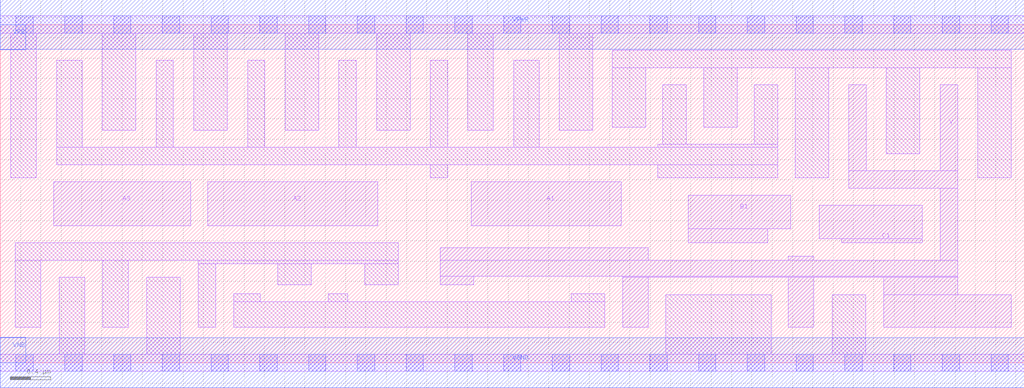
<source format=lef>
# Copyright 2020 The SkyWater PDK Authors
#
# Licensed under the Apache License, Version 2.0 (the "License");
# you may not use this file except in compliance with the License.
# You may obtain a copy of the License at
#
#     https://www.apache.org/licenses/LICENSE-2.0
#
# Unless required by applicable law or agreed to in writing, software
# distributed under the License is distributed on an "AS IS" BASIS,
# WITHOUT WARRANTIES OR CONDITIONS OF ANY KIND, either express or implied.
# See the License for the specific language governing permissions and
# limitations under the License.
#
# SPDX-License-Identifier: Apache-2.0

VERSION 5.5 ;
NAMESCASESENSITIVE ON ;
BUSBITCHARS "[]" ;
DIVIDERCHAR "/" ;
MACRO sky130_fd_sc_ms__a311oi_4
  CLASS CORE ;
  SOURCE USER ;
  ORIGIN  0.000000  0.000000 ;
  SIZE  10.08000 BY  3.330000 ;
  SYMMETRY X Y ;
  SITE unit ;
  PIN A1
    ANTENNAGATEAREA  1.116000 ;
    DIRECTION INPUT ;
    USE SIGNAL ;
    PORT
      LAYER li1 ;
        RECT 4.635000 1.350000 6.115000 1.780000 ;
    END
  END A1
  PIN A2
    ANTENNAGATEAREA  1.116000 ;
    DIRECTION INPUT ;
    USE SIGNAL ;
    PORT
      LAYER li1 ;
        RECT 2.045000 1.350000 3.715000 1.780000 ;
    END
  END A2
  PIN A3
    ANTENNAGATEAREA  1.116000 ;
    DIRECTION INPUT ;
    USE SIGNAL ;
    PORT
      LAYER li1 ;
        RECT 0.525000 1.350000 1.875000 1.780000 ;
    END
  END A3
  PIN B1
    ANTENNAGATEAREA  0.894000 ;
    DIRECTION INPUT ;
    USE SIGNAL ;
    PORT
      LAYER li1 ;
        RECT 6.775000 1.180000 7.555000 1.320000 ;
        RECT 6.775000 1.320000 7.785000 1.650000 ;
    END
  END B1
  PIN C1
    ANTENNAGATEAREA  0.894000 ;
    DIRECTION INPUT ;
    USE SIGNAL ;
    PORT
      LAYER li1 ;
        RECT 8.065000 1.220000 9.075000 1.550000 ;
        RECT 8.285000 1.180000 9.075000 1.220000 ;
    END
  END C1
  PIN Y
    ANTENNADIFFAREA  1.700600 ;
    DIRECTION OUTPUT ;
    USE SIGNAL ;
    PORT
      LAYER li1 ;
        RECT 4.330000 0.770000 4.660000 0.850000 ;
        RECT 4.330000 0.850000 9.425000 1.010000 ;
        RECT 4.330000 1.010000 6.380000 1.130000 ;
        RECT 6.130000 0.350000 6.380000 0.840000 ;
        RECT 6.130000 0.840000 9.425000 0.850000 ;
        RECT 7.760000 0.350000 8.010000 0.840000 ;
        RECT 7.760000 1.010000 8.010000 1.050000 ;
        RECT 8.355000 1.720000 9.425000 1.890000 ;
        RECT 8.355000 1.890000 8.525000 2.735000 ;
        RECT 8.700000 0.350000 9.955000 0.670000 ;
        RECT 8.700000 0.670000 9.425000 0.840000 ;
        RECT 9.255000 1.010000 9.425000 1.720000 ;
        RECT 9.255000 1.890000 9.425000 2.735000 ;
    END
  END Y
  PIN VGND
    DIRECTION INOUT ;
    USE GROUND ;
    PORT
      LAYER met1 ;
        RECT 0.000000 -0.245000 10.080000 0.245000 ;
    END
  END VGND
  PIN VNB
    DIRECTION INOUT ;
    USE GROUND ;
    PORT
      LAYER met1 ;
        RECT 0.000000 0.000000 0.250000 0.250000 ;
    END
  END VNB
  PIN VPB
    DIRECTION INOUT ;
    USE POWER ;
    PORT
      LAYER met1 ;
        RECT 0.000000 3.080000 0.250000 3.330000 ;
    END
  END VPB
  PIN VPWR
    DIRECTION INOUT ;
    USE POWER ;
    PORT
      LAYER met1 ;
        RECT 0.000000 3.085000 10.080000 3.575000 ;
    END
  END VPWR
  OBS
    LAYER li1 ;
      RECT 0.000000 -0.085000 10.080000 0.085000 ;
      RECT 0.000000  3.245000 10.080000 3.415000 ;
      RECT 0.105000  1.820000  0.355000 3.245000 ;
      RECT 0.150000  0.350000  0.400000 1.010000 ;
      RECT 0.150000  1.010000  3.920000 1.180000 ;
      RECT 0.555000  1.950000  7.655000 2.120000 ;
      RECT 0.555000  2.120000  0.805000 2.980000 ;
      RECT 0.580000  0.085000  0.830000 0.840000 ;
      RECT 1.005000  2.290000  1.335000 3.245000 ;
      RECT 1.010000  0.350000  1.260000 1.010000 ;
      RECT 1.440000  0.085000  1.770000 0.840000 ;
      RECT 1.535000  2.120000  1.705000 2.980000 ;
      RECT 1.905000  2.290000  2.235000 3.245000 ;
      RECT 1.950000  0.350000  2.120000 0.975000 ;
      RECT 1.950000  0.975000  3.920000 1.010000 ;
      RECT 2.300000  0.350000  5.950000 0.600000 ;
      RECT 2.300000  0.600000  2.560000 0.680000 ;
      RECT 2.435000  2.120000  2.605000 2.980000 ;
      RECT 2.730000  0.770000  3.060000 0.975000 ;
      RECT 2.805000  2.290000  3.135000 3.245000 ;
      RECT 3.230000  0.600000  3.420000 0.680000 ;
      RECT 3.335000  2.120000  3.505000 2.980000 ;
      RECT 3.590000  0.770000  3.920000 0.975000 ;
      RECT 3.705000  2.290000  4.035000 3.245000 ;
      RECT 4.235000  1.820000  4.405000 1.950000 ;
      RECT 4.235000  2.120000  4.405000 2.980000 ;
      RECT 4.605000  2.290000  4.855000 3.245000 ;
      RECT 5.055000  2.120000  5.305000 2.980000 ;
      RECT 5.505000  2.290000  5.835000 3.245000 ;
      RECT 5.620000  0.600000  5.950000 0.680000 ;
      RECT 6.025000  2.320000  6.355000 2.905000 ;
      RECT 6.025000  2.905000  9.955000 3.075000 ;
      RECT 6.475000  1.820000  7.655000 1.950000 ;
      RECT 6.475000  2.120000  7.655000 2.150000 ;
      RECT 6.525000  2.150000  6.755000 2.735000 ;
      RECT 6.550000  0.085000  7.590000 0.670000 ;
      RECT 6.925000  2.320000  7.255000 2.905000 ;
      RECT 7.425000  2.150000  7.655000 2.735000 ;
      RECT 7.825000  1.820000  8.155000 2.905000 ;
      RECT 8.190000  0.085000  8.520000 0.670000 ;
      RECT 8.725000  2.060000  9.055000 2.905000 ;
      RECT 9.625000  1.820000  9.955000 2.905000 ;
    LAYER mcon ;
      RECT 0.155000 -0.085000 0.325000 0.085000 ;
      RECT 0.155000  3.245000 0.325000 3.415000 ;
      RECT 0.635000 -0.085000 0.805000 0.085000 ;
      RECT 0.635000  3.245000 0.805000 3.415000 ;
      RECT 1.115000 -0.085000 1.285000 0.085000 ;
      RECT 1.115000  3.245000 1.285000 3.415000 ;
      RECT 1.595000 -0.085000 1.765000 0.085000 ;
      RECT 1.595000  3.245000 1.765000 3.415000 ;
      RECT 2.075000 -0.085000 2.245000 0.085000 ;
      RECT 2.075000  3.245000 2.245000 3.415000 ;
      RECT 2.555000 -0.085000 2.725000 0.085000 ;
      RECT 2.555000  3.245000 2.725000 3.415000 ;
      RECT 3.035000 -0.085000 3.205000 0.085000 ;
      RECT 3.035000  3.245000 3.205000 3.415000 ;
      RECT 3.515000 -0.085000 3.685000 0.085000 ;
      RECT 3.515000  3.245000 3.685000 3.415000 ;
      RECT 3.995000 -0.085000 4.165000 0.085000 ;
      RECT 3.995000  3.245000 4.165000 3.415000 ;
      RECT 4.475000 -0.085000 4.645000 0.085000 ;
      RECT 4.475000  3.245000 4.645000 3.415000 ;
      RECT 4.955000 -0.085000 5.125000 0.085000 ;
      RECT 4.955000  3.245000 5.125000 3.415000 ;
      RECT 5.435000 -0.085000 5.605000 0.085000 ;
      RECT 5.435000  3.245000 5.605000 3.415000 ;
      RECT 5.915000 -0.085000 6.085000 0.085000 ;
      RECT 5.915000  3.245000 6.085000 3.415000 ;
      RECT 6.395000 -0.085000 6.565000 0.085000 ;
      RECT 6.395000  3.245000 6.565000 3.415000 ;
      RECT 6.875000 -0.085000 7.045000 0.085000 ;
      RECT 6.875000  3.245000 7.045000 3.415000 ;
      RECT 7.355000 -0.085000 7.525000 0.085000 ;
      RECT 7.355000  3.245000 7.525000 3.415000 ;
      RECT 7.835000 -0.085000 8.005000 0.085000 ;
      RECT 7.835000  3.245000 8.005000 3.415000 ;
      RECT 8.315000 -0.085000 8.485000 0.085000 ;
      RECT 8.315000  3.245000 8.485000 3.415000 ;
      RECT 8.795000 -0.085000 8.965000 0.085000 ;
      RECT 8.795000  3.245000 8.965000 3.415000 ;
      RECT 9.275000 -0.085000 9.445000 0.085000 ;
      RECT 9.275000  3.245000 9.445000 3.415000 ;
      RECT 9.755000 -0.085000 9.925000 0.085000 ;
      RECT 9.755000  3.245000 9.925000 3.415000 ;
  END
END sky130_fd_sc_ms__a311oi_4

</source>
